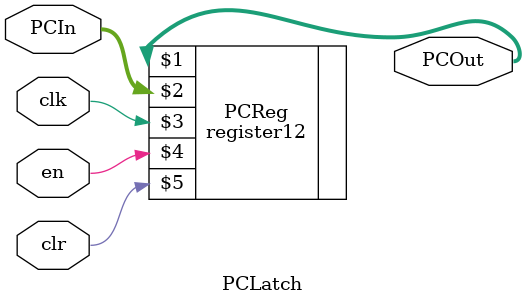
<source format=v>
module PCLatch(clk, en, clr, PCIn, PCOut);

	input clk, en, clr;
	input[11:0] PCIn;
	output[11:0] PCOut;
	
	register12	PCReg(PCOut, PCIn, clk, en, clr);

endmodule
</source>
